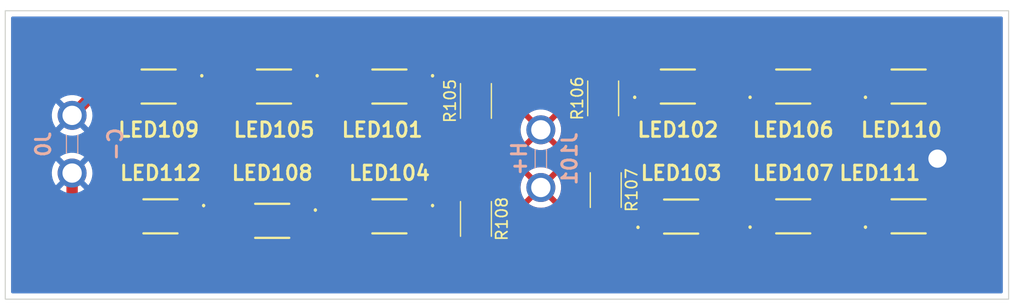
<source format=kicad_pcb>
(kicad_pcb (version 20211014) (generator pcbnew)
  (layers (0 "F.Cu" signal) (31 "B.Cu" signal) (34 "B.Paste" user) (35 "F.Paste" user) (36 "B.SilkS" user "B.Silkscreen") (37 "F.SilkS" user "F.Silkscreen") (38 "B.Mask" user) (39 "F.Mask" user) (44 "Edge.Cuts" user))
  (net 0 "")
  (net 1 "GNDPWR")
  (net 2 "/HiBeam")
  (net 5 "Net-(LED101-Pad3)")
  (net 6 "Net-(LED101-Pad4)")
  (net 9 "Net-(LED102-Pad3)")
  (net 12 "Net-(LED103-Pad3)")
  (net 13 "Net-(LED103-Pad4)")
  (net 16 "Net-(LED104-Pad3)")
  (net 17 "Net-(LED104-Pad4)")
  (net 19 "Net-(LED105-Pad3)")
  (net 21 "Net-(LED106-Pad3)")
  (net 23 "Net-(LED107-Pad3)")
  (net 25 "Net-(LED108-Pad3)")
  (net 35 "Net-(R106-Pad2)")
  (footprint "HiPowerLEDS:158563450" (layer "F.Cu") (at 110.49 63.5 180)
    (fp_text reference "LED105" (at 0 -3.81) (layer "F.SilkS") (effects (font (size 1.27 1.27) (thickness 0.254))))
    (fp_text value "158563450" hide)
    (fp_line (start -3.8 0.9) (end -3.8 0.9) (layer "F.SilkS") (width 0.2))
    (fp_line (start -3.8 1) (end -3.8 1) (layer "F.SilkS") (width 0.2))
    (fp_line (start -1.5 -1.5) (end 1.5 -1.5) (layer "F.SilkS") (width 0.2))
    (fp_line (start -1.5 1.5) (end 1.5 1.5) (layer "F.SilkS") (width 0.2))
    (fp_arc (start -3.8 1) (mid -3.85 0.95) (end -3.8 0.9) (layer "F.SilkS") (width 0.2))
    (fp_arc (start -3.8 0.9) (mid -3.75 0.95) (end -3.8 1) (layer "F.SilkS") (width 0.2))
    (pad "1" smd rect locked (at -2.7 0.875 270) (size 1.25 1.3) (layers "F.Cu" "F.Paste" "F.Mask"))
    (pad "2" smd rect locked (at 2.7 0.875 270) (size 1.25 1.3) (layers "F.Cu" "F.Paste" "F.Mask"))
    (pad "3" smd rect locked (at 2.7 -0.875 270) (size 1.25 1.3) (layers "F.Cu" "F.Paste" "F.Mask") (net 19 "Net-(LED105-Pad3)"))
    (pad "4" smd rect locked (at -2.7 -0.875 270) (size 1.25 1.3) (layers "F.Cu" "F.Paste" "F.Mask") (net 5 "Net-(LED101-Pad3)"))
    (pad "5" smd rect locked (at 0 0 270) (size 1.5 2.6) (layers "F.Cu" "F.Paste" "F.Mask"))
  )
  (footprint "Resistor_SMD:R_2010_5025Metric" (layer "F.Cu") (at 128.27 64.77 90)
    (fp_text reference "R105" (at 0 -2.28 90) (layer "F.SilkS"))
    (fp_text value "33")
    (fp_line (start -1.527064 -1.36) (end 1.527064 -1.36) (layer "F.SilkS") (width 0.12))
    (fp_line (start -1.527064 1.36) (end 1.527064 1.36) (layer "F.SilkS") (width 0.12))
    (pad "1" smd roundrect (at -2.3125 0 90) (size 1.225 2.65) (layers "F.Cu" "F.Paste" "F.Mask") (roundrect_rratio 0.204082) (net 2 "/HiBeam"))
    (pad "2" smd roundrect (at 2.3125 0 90) (size 1.225 2.65) (layers "F.Cu" "F.Paste" "F.Mask") (roundrect_rratio 0.204082) (net 6 "Net-(LED101-Pad4)"))
  )
  (footprint "HiPowerLEDS:158563450" (layer "F.Cu") (at 146.05 63.5)
    (fp_text reference "LED102" (at 0 3.81) (layer "F.SilkS") (effects (font (size 1.27 1.27) (thickness 0.254))))
    (fp_text value "158563450" hide)
    (fp_line (start -3.8 1) (end -3.8 1) (layer "F.SilkS") (width 0.2))
    (fp_line (start -3.8 0.9) (end -3.8 0.9) (layer "F.SilkS") (width 0.2))
    (fp_line (start -1.5 1.5) (end 1.5 1.5) (layer "F.SilkS") (width 0.2))
    (fp_line (start -1.5 -1.5) (end 1.5 -1.5) (layer "F.SilkS") (width 0.2))
    (fp_arc (start -3.8 1) (mid -3.85 0.95) (end -3.8 0.9) (layer "F.SilkS") (width 0.2))
    (fp_arc (start -3.8 0.9) (mid -3.75 0.95) (end -3.8 1) (layer "F.SilkS") (width 0.2))
    (pad "1" smd rect locked (at -2.7 0.875 90) (size 1.25 1.3) (layers "F.Cu" "F.Paste" "F.Mask"))
    (pad "2" smd rect locked (at 2.7 0.875 90) (size 1.25 1.3) (layers "F.Cu" "F.Paste" "F.Mask"))
    (pad "3" smd rect locked (at 2.7 -0.875 90) (size 1.25 1.3) (layers "F.Cu" "F.Paste" "F.Mask") (net 9 "Net-(LED102-Pad3)"))
    (pad "4" smd rect locked (at -2.7 -0.875 90) (size 1.25 1.3) (layers "F.Cu" "F.Paste" "F.Mask") (net 35 "Net-(R106-Pad2)"))
    (pad "5" smd rect locked (at 0 0 90) (size 1.5 2.6) (layers "F.Cu" "F.Paste" "F.Mask"))
  )
  (footprint "HiPowerLEDS:158563450" (layer "F.Cu") (at 110.33 75.325 180)
    (fp_text reference "LED108" (at 0 4.205) (layer "F.SilkS") (effects (font (size 1.27 1.27) (thickness 0.254))))
    (fp_text value "158563450" hide)
    (fp_line (start -1.5 1.5) (end 1.5 1.5) (layer "F.SilkS") (width 0.2))
    (fp_line (start -3.8 0.9) (end -3.8 0.9) (layer "F.SilkS") (width 0.2))
    (fp_line (start -3.8 1) (end -3.8 1) (layer "F.SilkS") (width 0.2))
    (fp_line (start -1.5 -1.5) (end 1.5 -1.5) (layer "F.SilkS") (width 0.2))
    (fp_arc (start -3.8 1) (mid -3.85 0.95) (end -3.8 0.9) (layer "F.SilkS") (width 0.2))
    (fp_arc (start -3.8 0.9) (mid -3.75 0.95) (end -3.8 1) (layer "F.SilkS") (width 0.2))
    (pad "1" smd rect locked (at -2.7 0.875 270) (size 1.25 1.3) (layers "F.Cu" "F.Paste" "F.Mask"))
    (pad "2" smd rect locked (at 2.7 0.875 270) (size 1.25 1.3) (layers "F.Cu" "F.Paste" "F.Mask"))
    (pad "3" smd rect locked (at 2.7 -0.875 270) (size 1.25 1.3) (layers "F.Cu" "F.Paste" "F.Mask") (net 25 "Net-(LED108-Pad3)"))
    (pad "4" smd rect locked (at -2.7 -0.875 270) (size 1.25 1.3) (layers "F.Cu" "F.Paste" "F.Mask") (net 16 "Net-(LED104-Pad3)"))
    (pad "5" smd rect locked (at 0 0 270) (size 1.5 2.6) (layers "F.Cu" "F.Paste" "F.Mask"))
  )
  (footprint "HiPowerLEDS:158563450" (layer "F.Cu") (at 120.65 74.93 180)
    (fp_text reference "LED104" (at 0 3.81) (layer "F.SilkS") (effects (font (size 1.27 1.27) (thickness 0.254))))
    (fp_text value "158563450" hide)
    (fp_line (start -1.5 1.5) (end 1.5 1.5) (layer "F.SilkS") (width 0.2))
    (fp_line (start -3.8 0.9) (end -3.8 0.9) (layer "F.SilkS") (width 0.2))
    (fp_line (start -3.8 1) (end -3.8 1) (layer "F.SilkS") (width 0.2))
    (fp_line (start -1.5 -1.5) (end 1.5 -1.5) (layer "F.SilkS") (width 0.2))
    (fp_arc (start -3.8 0.9) (mid -3.75 0.95) (end -3.8 1) (layer "F.SilkS") (width 0.2))
    (fp_arc (start -3.8 1) (mid -3.85 0.95) (end -3.8 0.9) (layer "F.SilkS") (width 0.2))
    (pad "1" smd rect locked (at -2.7 0.875 270) (size 1.25 1.3) (layers "F.Cu" "F.Paste" "F.Mask"))
    (pad "2" smd rect locked (at 2.7 0.875 270) (size 1.25 1.3) (layers "F.Cu" "F.Paste" "F.Mask"))
    (pad "3" smd rect locked (at 2.7 -0.875 270) (size 1.25 1.3) (layers "F.Cu" "F.Paste" "F.Mask") (net 16 "Net-(LED104-Pad3)"))
    (pad "4" smd rect locked (at -2.7 -0.875 270) (size 1.25 1.3) (layers "F.Cu" "F.Paste" "F.Mask") (net 17 "Net-(LED104-Pad4)"))
    (pad "5" smd rect locked (at 0 0 270) (size 1.5 2.6) (layers "F.Cu" "F.Paste" "F.Mask"))
  )
  (footprint "Resistor_SMD:R_2010_5025Metric" (layer "F.Cu") (at 128.27 75.1575 -90)
    (fp_text reference "R108" (at 0 -2.28 90) (layer "F.SilkS"))
    (fp_text value "33")
    (fp_line (start -1.527064 -1.36) (end 1.527064 -1.36) (layer "F.SilkS") (width 0.12))
    (fp_line (start -1.527064 1.36) (end 1.527064 1.36) (layer "F.SilkS") (width 0.12))
    (pad "1" smd roundrect (at -2.3125 0 270) (size 1.225 2.65) (layers "F.Cu" "F.Paste" "F.Mask") (roundrect_rratio 0.204082) (net 2 "/HiBeam"))
    (pad "2" smd roundrect (at 2.3125 0 270) (size 1.225 2.65) (layers "F.Cu" "F.Paste" "F.Mask") (roundrect_rratio 0.204082) (net 17 "Net-(LED104-Pad4)"))
  )
  (footprint "HiPowerLEDS:158563450" (layer "F.Cu") (at 166.37 74.93)
    (fp_text reference "LED111" (at -2.54 -3.81) (layer "F.SilkS") (effects (font (size 1.27 1.27) (thickness 0.254))))
    (fp_text value "158563450" hide)
    (fp_line (start -3.8 1) (end -3.8 1) (layer "F.SilkS") (width 0.2))
    (fp_line (start -1.5 -1.5) (end 1.5 -1.5) (layer "F.SilkS") (width 0.2))
    (fp_line (start -3.8 0.9) (end -3.8 0.9) (layer "F.SilkS") (width 0.2))
    (fp_line (start -1.5 1.5) (end 1.5 1.5) (layer "F.SilkS") (width 0.2))
    (fp_arc (start -3.8 0.9) (mid -3.75 0.95) (end -3.8 1) (layer "F.SilkS") (width 0.2))
    (fp_arc (start -3.8 1) (mid -3.85 0.95) (end -3.8 0.9) (layer "F.SilkS") (width 0.2))
    (pad "1" smd rect locked (at -2.7 0.875 90) (size 1.25 1.3) (layers "F.Cu" "F.Paste" "F.Mask"))
    (pad "2" smd rect locked (at 2.7 0.875 90) (size 1.25 1.3) (layers "F.Cu" "F.Paste" "F.Mask"))
    (pad "3" smd rect locked (at 2.7 -0.875 90) (size 1.25 1.3) (layers "F.Cu" "F.Paste" "F.Mask") (net 1 "GNDPWR"))
    (pad "4" smd rect locked (at -2.7 -0.875 90) (size 1.25 1.3) (layers "F.Cu" "F.Paste" "F.Mask") (net 23 "Net-(LED107-Pad3)"))
    (pad "5" smd rect locked (at 0 0 90) (size 1.5 2.6) (layers "F.Cu" "F.Paste" "F.Mask"))
  )
  (footprint "HiPowerLEDS:158563450" (layer "F.Cu") (at 156.21 63.5)
    (fp_text reference "LED106" (at 0 3.81) (layer "F.SilkS") (effects (font (size 1.27 1.27) (thickness 0.254))))
    (fp_text value "158563450" hide)
    (fp_line (start -3.8 1) (end -3.8 1) (layer "F.SilkS") (width 0.2))
    (fp_line (start -1.5 1.5) (end 1.5 1.5) (layer "F.SilkS") (width 0.2))
    (fp_line (start -3.8 0.9) (end -3.8 0.9) (layer "F.SilkS") (width 0.2))
    (fp_line (start -1.5 -1.5) (end 1.5 -1.5) (layer "F.SilkS") (width 0.2))
    (fp_arc (start -3.8 0.9) (mid -3.75 0.95) (end -3.8 1) (layer "F.SilkS") (width 0.2))
    (fp_arc (start -3.8 1) (mid -3.85 0.95) (end -3.8 0.9) (layer "F.SilkS") (width 0.2))
    (pad "1" smd rect locked (at -2.7 0.875 90) (size 1.25 1.3) (layers "F.Cu" "F.Paste" "F.Mask"))
    (pad "2" smd rect locked (at 2.7 0.875 90) (size 1.25 1.3) (layers "F.Cu" "F.Paste" "F.Mask"))
    (pad "3" smd rect locked (at 2.7 -0.875 90) (size 1.25 1.3) (layers "F.Cu" "F.Paste" "F.Mask") (net 21 "Net-(LED106-Pad3)"))
    (pad "4" smd rect locked (at -2.7 -0.875 90) (size 1.25 1.3) (layers "F.Cu" "F.Paste" "F.Mask") (net 9 "Net-(LED102-Pad3)"))
    (pad "5" smd rect locked (at 0 0 90) (size 1.5 2.6) (layers "F.Cu" "F.Paste" "F.Mask"))
  )
  (footprint "Resistor_SMD:R_2010_5025Metric" (layer "F.Cu") (at 139.4725 64.5425 90)
    (fp_text reference "R106" (at 0 -2.28 90) (layer "F.SilkS"))
    (fp_text value "33")
    (fp_line (start -1.527064 1.36) (end 1.527064 1.36) (layer "F.SilkS") (width 0.12))
    (fp_line (start -1.527064 -1.36) (end 1.527064 -1.36) (layer "F.SilkS") (width 0.12))
    (pad "1" smd roundrect (at -2.3125 0 90) (size 1.225 2.65) (layers "F.Cu" "F.Paste" "F.Mask") (roundrect_rratio 0.204082) (net 2 "/HiBeam"))
    (pad "2" smd roundrect (at 2.3125 0 90) (size 1.225 2.65) (layers "F.Cu" "F.Paste" "F.Mask") (roundrect_rratio 0.204082) (net 35 "Net-(R106-Pad2)"))
  )
  (footprint "HiPowerLEDS:158563450" (layer "F.Cu") (at 156.21 74.93)
    (fp_text reference "LED107" (at 0 -3.81) (layer "F.SilkS") (effects (font (size 1.27 1.27) (thickness 0.254))))
    (fp_text value "158563450" hide)
    (fp_line (start -3.8 1) (end -3.8 1) (layer "F.SilkS") (width 0.2))
    (fp_line (start -1.5 1.5) (end 1.5 1.5) (layer "F.SilkS") (width 0.2))
    (fp_line (start -3.8 0.9) (end -3.8 0.9) (layer "F.SilkS") (width 0.2))
    (fp_line (start -1.5 -1.5) (end 1.5 -1.5) (layer "F.SilkS") (width 0.2))
    (fp_arc (start -3.8 1) (mid -3.85 0.95) (end -3.8 0.9) (layer "F.SilkS") (width 0.2))
    (fp_arc (start -3.8 0.9) (mid -3.75 0.95) (end -3.8 1) (layer "F.SilkS") (width 0.2))
    (pad "1" smd rect locked (at -2.7 0.875 90) (size 1.25 1.3) (layers "F.Cu" "F.Paste" "F.Mask"))
    (pad "2" smd rect locked (at 2.7 0.875 90) (size 1.25 1.3) (layers "F.Cu" "F.Paste" "F.Mask"))
    (pad "3" smd rect locked (at 2.7 -0.875 90) (size 1.25 1.3) (layers "F.Cu" "F.Paste" "F.Mask") (net 23 "Net-(LED107-Pad3)"))
    (pad "4" smd rect locked (at -2.7 -0.875 90) (size 1.25 1.3) (layers "F.Cu" "F.Paste" "F.Mask") (net 12 "Net-(LED103-Pad3)"))
    (pad "5" smd rect locked (at 0 0 90) (size 1.5 2.6) (layers "F.Cu" "F.Paste" "F.Mask"))
  )
  (footprint "Resistor_SMD:R_2010_5025Metric" (layer "F.Cu") (at 139.7 72.6175 -90)
    (fp_text reference "R107" (at 0 -2.28 90) (layer "F.SilkS"))
    (fp_text value "33")
    (fp_line (start -1.527064 1.36) (end 1.527064 1.36) (layer "F.SilkS") (width 0.12))
    (fp_line (start -1.527064 -1.36) (end 1.527064 -1.36) (layer "F.SilkS") (width 0.12))
    (pad "1" smd roundrect (at -2.3125 0 270) (size 1.225 2.65) (layers "F.Cu" "F.Paste" "F.Mask") (roundrect_rratio 0.204082) (net 2 "/HiBeam"))
    (pad "2" smd roundrect (at 2.3125 0 270) (size 1.225 2.65) (layers "F.Cu" "F.Paste" "F.Mask") (roundrect_rratio 0.204082) (net 13 "Net-(LED103-Pad4)"))
  )
  (footprint "HiPowerLEDS:158563450" (layer "F.Cu") (at 146.34 74.95)
    (fp_text reference "LED103" (at 0 -3.83) (layer "F.SilkS") (effects (font (size 1.27 1.27) (thickness 0.254))))
    (fp_text value "158563450" hide)
    (fp_line (start -1.5 -1.5) (end 1.5 -1.5) (layer "F.SilkS") (width 0.2))
    (fp_line (start -1.5 1.5) (end 1.5 1.5) (layer "F.SilkS") (width 0.2))
    (fp_line (start -3.8 0.9) (end -3.8 0.9) (layer "F.SilkS") (width 0.2))
    (fp_line (start -3.8 1) (end -3.8 1) (layer "F.SilkS") (width 0.2))
    (fp_arc (start -3.8 1) (mid -3.85 0.95) (end -3.8 0.9) (layer "F.SilkS") (width 0.2))
    (fp_arc (start -3.8 0.9) (mid -3.75 0.95) (end -3.8 1) (layer "F.SilkS") (width 0.2))
    (pad "1" smd rect locked (at -2.7 0.875 90) (size 1.25 1.3) (layers "F.Cu" "F.Paste" "F.Mask"))
    (pad "2" smd rect locked (at 2.7 0.875 90) (size 1.25 1.3) (layers "F.Cu" "F.Paste" "F.Mask"))
    (pad "3" smd rect locked (at 2.7 -0.875 90) (size 1.25 1.3) (layers "F.Cu" "F.Paste" "F.Mask") (net 12 "Net-(LED103-Pad3)"))
    (pad "4" smd rect locked (at -2.7 -0.875 90) (size 1.25 1.3) (layers "F.Cu" "F.Paste" "F.Mask") (net 13 "Net-(LED103-Pad4)"))
    (pad "5" smd rect locked (at 0 0 90) (size 1.5 2.6) (layers "F.Cu" "F.Paste" "F.Mask"))
  )
  (footprint "HiPowerLEDS:158563450" (layer "F.Cu") (at 166.37 63.5)
    (fp_text reference "LED110" (at -0.635 3.81) (layer "F.SilkS") (effects (font (size 1.27 1.27) (thickness 0.254))))
    (fp_text value "158563450" hide)
    (fp_line (start -3.8 1) (end -3.8 1) (layer "F.SilkS") (width 0.2))
    (fp_line (start -1.5 -1.5) (end 1.5 -1.5) (layer "F.SilkS") (width 0.2))
    (fp_line (start -1.5 1.5) (end 1.5 1.5) (layer "F.SilkS") (width 0.2))
    (fp_line (start -3.8 0.9) (end -3.8 0.9) (layer "F.SilkS") (width 0.2))
    (fp_arc (start -3.8 1) (mid -3.85 0.95) (end -3.8 0.9) (layer "F.SilkS") (width 0.2))
    (fp_arc (start -3.8 0.9) (mid -3.75 0.95) (end -3.8 1) (layer "F.SilkS") (width 0.2))
    (pad "1" smd rect locked (at -2.7 0.875 90) (size 1.25 1.3) (layers "F.Cu" "F.Paste" "F.Mask"))
    (pad "2" smd rect locked (at 2.7 0.875 90) (size 1.25 1.3) (layers "F.Cu" "F.Paste" "F.Mask"))
    (pad "3" smd rect locked (at 2.7 -0.875 90) (size 1.25 1.3) (layers "F.Cu" "F.Paste" "F.Mask") (net 1 "GNDPWR"))
    (pad "4" smd rect locked (at -2.7 -0.875 90) (size 1.25 1.3) (layers "F.Cu" "F.Paste" "F.Mask") (net 21 "Net-(LED106-Pad3)"))
    (pad "5" smd rect locked (at 0 0 90) (size 1.5 2.6) (layers "F.Cu" "F.Paste" "F.Mask"))
  )
  (footprint "HiPowerLEDS:158563450" (layer "F.Cu") (at 100.49 74.93 180)
    (fp_text reference "LED112" (at 0 3.81) (layer "F.SilkS") (effects (font (size 1.27 1.27) (thickness 0.254))))
    (fp_text value "158563450" hide)
    (fp_line (start -1.5 -1.5) (end 1.5 -1.5) (layer "F.SilkS") (width 0.2))
    (fp_line (start -1.5 1.5) (end 1.5 1.5) (layer "F.SilkS") (width 0.2))
    (fp_line (start -3.8 1) (end -3.8 1) (layer "F.SilkS") (width 0.2))
    (fp_line (start -3.8 0.9) (end -3.8 0.9) (layer "F.SilkS") (width 0.2))
    (fp_arc (start -3.8 0.9) (mid -3.75 0.95) (end -3.8 1) (layer "F.SilkS") (width 0.2))
    (fp_arc (start -3.8 1) (mid -3.85 0.95) (end -3.8 0.9) (layer "F.SilkS") (width 0.2))
    (pad "1" smd rect locked (at -2.7 0.875 270) (size 1.25 1.3) (layers "F.Cu" "F.Paste" "F.Mask"))
    (pad "2" smd rect locked (at 2.7 0.875 270) (size 1.25 1.3) (layers "F.Cu" "F.Paste" "F.Mask"))
    (pad "3" smd rect locked (at 2.7 -0.875 270) (size 1.25 1.3) (layers "F.Cu" "F.Paste" "F.Mask") (net 1 "GNDPWR"))
    (pad "4" smd rect locked (at -2.7 -0.875 270) (size 1.25 1.3) (layers "F.Cu" "F.Paste" "F.Mask") (net 25 "Net-(LED108-Pad3)"))
    (pad "5" smd rect locked (at 0 0 270) (size 1.5 2.6) (layers "F.Cu" "F.Paste" "F.Mask"))
  )
  (footprint "HiPowerLEDS:158563450" (layer "F.Cu") (at 120.65 63.5 180)
    (fp_text reference "LED101" (at 0.635 -3.81) (layer "F.SilkS") (effects (font (size 1.27 1.27) (thickness 0.254))))
    (fp_text value "158563450" hide)
    (fp_line (start -3.8 1) (end -3.8 1) (layer "F.SilkS") (width 0.2))
    (fp_line (start -3.8 0.9) (end -3.8 0.9) (layer "F.SilkS") (width 0.2))
    (fp_line (start -1.5 1.5) (end 1.5 1.5) (layer "F.SilkS") (width 0.2))
    (fp_line (start -1.5 -1.5) (end 1.5 -1.5) (layer "F.SilkS") (width 0.2))
    (fp_arc (start -3.8 0.9) (mid -3.75 0.95) (end -3.8 1) (layer "F.SilkS") (width 0.2))
    (fp_arc (start -3.8 1) (mid -3.85 0.95) (end -3.8 0.9) (layer "F.SilkS") (width 0.2))
    (pad "1" smd rect locked (at -2.7 0.875 270) (size 1.25 1.3) (layers "F.Cu" "F.Paste" "F.Mask"))
    (pad "2" smd rect locked (at 2.7 0.875 270) (size 1.25 1.3) (layers "F.Cu" "F.Paste" "F.Mask"))
    (pad "3" smd rect locked (at 2.7 -0.875 270) (size 1.25 1.3) (layers "F.Cu" "F.Paste" "F.Mask") (net 5 "Net-(LED101-Pad3)"))
    (pad "4" smd rect locked (at -2.7 -0.875 270) (size 1.25 1.3) (layers "F.Cu" "F.Paste" "F.Mask") (net 6 "Net-(LED101-Pad4)"))
    (pad "5" smd rect locked (at 0 0 270) (size 1.5 2.6) (layers "F.Cu" "F.Paste" "F.Mask"))
  )
  (footprint "HiPowerLEDS:158563450" (layer "F.Cu") (at 100.33 63.5 180)
    (fp_text reference "LED109" (at 0 -3.81) (layer "F.SilkS") (effects (font (size 1.27 1.27) (thickness 0.254))))
    (fp_text value "158563450" hide)
    (fp_line (start -1.5 1.5) (end 1.5 1.5) (layer "F.SilkS") (width 0.2))
    (fp_line (start -1.5 -1.5) (end 1.5 -1.5) (layer "F.SilkS") (width 0.2))
    (fp_line (start -3.8 1) (end -3.8 1) (layer "F.SilkS") (width 0.2))
    (fp_line (start -3.8 0.9) (end -3.8 0.9) (layer "F.SilkS") (width 0.2))
    (fp_arc (start -3.8 0.9) (mid -3.75 0.95) (end -3.8 1) (layer "F.SilkS") (width 0.2))
    (fp_arc (start -3.8 1) (mid -3.85 0.95) (end -3.8 0.9) (layer "F.SilkS") (width 0.2))
    (pad "1" smd rect locked (at -2.7 0.875 270) (size 1.25 1.3) (layers "F.Cu" "F.Paste" "F.Mask"))
    (pad "2" smd rect locked (at 2.7 0.875 270) (size 1.25 1.3) (layers "F.Cu" "F.Paste" "F.Mask"))
    (pad "3" smd rect locked (at 2.7 -0.875 270) (size 1.25 1.3) (layers "F.Cu" "F.Paste" "F.Mask") (net 1 "GNDPWR"))
    (pad "4" smd rect locked (at -2.7 -0.875 270) (size 1.25 1.3) (layers "F.Cu" "F.Paste" "F.Mask") (net 19 "Net-(LED105-Pad3)"))
    (pad "5" smd rect locked (at 0 0 270) (size 1.5 2.6) (layers "F.Cu" "F.Paste" "F.Mask"))
  )
  (footprint "SpadeLugs:197054303" (layer "B.Cu") (at 133.985 72.39 90)
    (fp_text reference "J101" (at 2.54 2.54 90) (layer "B.SilkS") (effects (font (size 1.27 1.27) (thickness 0.254)) (justify mirror)))
    (fp_text value "H+" (at 2.54 -1.905 90) (layer "B.SilkS") (effects (font (size 1.27 1.27) (thickness 0.254)) (justify mirror)))
    (fp_line (start 1.74 -0.5) (end 3.34 -0.5) (layer "B.SilkS") (width 0.1))
    (fp_line (start 1.74 0.5) (end 3.34 0.5) (layer "B.SilkS") (width 0.1))
    (pad "1" thru_hole circle locked (at 0 0 90) (size 2.55 2.55) (drill 1.7) (layers *.Cu *.Mask) (net 2 "/HiBeam"))
    (pad "2" thru_hole circle locked (at 5.08 0 90) (size 2.55 2.55) (drill 1.7) (layers *.Cu *.Mask) (net 2 "/HiBeam"))
  )
  (footprint "SpadeLugs:197054303" (layer "B.Cu") (at 92.71 71.12 90)
    (fp_text reference "J0" (at 2.54 -2.54 90) (layer "B.SilkS") (effects (font (size 1.27 1.27) (thickness 0.254)) (justify mirror)))
    (fp_text value "C-" (at 2.54 3.81 90) (layer "B.SilkS") (effects (font (size 1.27 1.27) (thickness 0.254)) (justify mirror)))
    (fp_line (start 1.74 0.5) (end 3.34 0.5) (layer "B.SilkS") (width 0.1))
    (fp_line (start 1.74 -0.5) (end 3.34 -0.5) (layer "B.SilkS") (width 0.1))
    (pad "1" thru_hole circle locked (at 0 0 90) (size 2.55 2.55) (drill 1.7) (layers *.Cu *.Mask) (net 1 "GNDPWR"))
    (pad "2" thru_hole circle locked (at 5.08 0 90) (size 2.55 2.55) (drill 1.7) (layers *.Cu *.Mask) (net 1 "GNDPWR"))
  )
  (gr_rect (start 86.825 56.825) (end 175.175 82.225) (layer "Edge.Cuts") (width 0.1) (fill none))
  (segment (start 171 69.665) (end 171 72.84) (width 1) (layer "F.Cu") (net 1))
  (segment (start 97.79 75.805) (end 94.22 75.805) (width 1) (layer "F.Cu") (net 1))
  (segment (start 92.71 74.295) (end 92.71 71.12) (width 1) (layer "F.Cu") (net 1))
  (segment (start 171 63.05) (end 171 69.665) (width 1) (layer "F.Cu") (net 1))
  (segment (start 169.095 69.665) (end 168.91 69.85) (width 1) (layer "F.Cu") (net 1))
  (segment (start 97.63 64.375) (end 94.375 64.375) (width 1) (layer "F.Cu") (net 1))
  (segment (start 169.07 63.025) (end 169.095 63.05) (width 1) (layer "F.Cu") (net 1))
  (segment (start 94.375 64.375) (end 92.71 66.04) (width 1) (layer "F.Cu") (net 1))
  (segment (start 94.22 75.805) (end 92.71 74.295) (width 1) (layer "F.Cu") (net 1))
  (segment (start 171 72.84) (end 169.785 74.055) (width 1) (layer "F.Cu") (net 1))
  (segment (start 169.785 74.055) (end 169.07 74.055) (width 1) (layer "F.Cu") (net 1))
  (segment (start 169.07 62.625) (end 169.07 63.025) (width 1) (layer "F.Cu") (net 1))
  (segment (start 171 69.665) (end 169.095 69.665) (width 1) (layer "F.Cu") (net 1))
  (segment (start 169.095 63.05) (end 171 63.05) (width 1) (layer "F.Cu") (net 1))
  (via (at 168.91 69.85) (size 3.2) (drill 1.6) (layers "F.Cu" "B.Cu") (net 1))
  (segment (start 139.7 67.0825) (end 139.4725 66.855) (width 1) (layer "F.Cu") (net 2))
  (segment (start 113.19 64.375) (end 117.95 64.375) (width 1) (layer "F.Cu") (net 5))
  (segment (start 123.35 64.375) (end 126.3525 64.375) (width 1) (layer "F.Cu") (net 6))
  (segment (start 126.3525 64.375) (end 128.27 62.4575) (width 1) (layer "F.Cu") (net 6))
  (segment (start 153.51 62.625) (end 148.75 62.625) (width 1) (layer "F.Cu") (net 9))
  (segment (start 153.51 74.055) (end 149.06 74.055) (width 1) (layer "F.Cu") (net 12))
  (segment (start 149.06 74.055) (end 149.04 74.075) (width 1) (layer "F.Cu") (net 12))
  (segment (start 143.64 74.075) (end 140.555 74.075) (width 1) (layer "F.Cu") (net 13))
  (segment (start 140.555 74.075) (end 139.7 74.93) (width 1) (layer "F.Cu") (net 13))
  (segment (start 117.555 76.2) (end 117.95 75.805) (width 1) (layer "F.Cu") (net 16))
  (segment (start 113.03 76.2) (end 117.555 76.2) (width 1) (layer "F.Cu") (net 16))
  (segment (start 123.35 75.805) (end 126.605 75.805) (width 1) (layer "F.Cu") (net 17))
  (segment (start 126.605 75.805) (end 128.27 77.47) (width 1) (layer "F.Cu") (net 17))
  (segment (start 103.03 64.375) (end 107.79 64.375) (width 1) (layer "F.Cu") (net 19))
  (segment (start 163.67 62.625) (end 158.91 62.625) (width 1) (layer "F.Cu") (net 21))
  (segment (start 163.67 74.055) (end 158.91 74.055) (width 1) (layer "F.Cu") (net 23))
  (segment (start 103.19 75.805) (end 107.235 75.805) (width 1) (layer "F.Cu") (net 25))
  (segment (start 107.235 75.805) (end 107.63 76.2) (width 1) (layer "F.Cu") (net 25))
  (segment (start 143.35 62.625) (end 139.8675 62.625) (width 1) (layer "F.Cu") (net 35))
  (segment (start 139.8675 62.625) (end 139.4725 62.23) (width 1) (layer "F.Cu") (net 35))
  (zone (net 2) (net_name "/HiBeam") (layer "F.Cu") (connect_pads (clearance 0.508)) (min_thickness 0.254) (fill yes (thermal_gap 0.508) (thermal_bridge_width 0.508))
    (polygon (pts (xy 141.605 75.565) (xy 125.73 75.1575) (xy 125.73 65.405) (xy 141.605 65.405)))
  )
  (zone (net 1) (net_name "GNDPWR") (layer "B.Cu") (connect_pads (clearance 0.508)) (min_thickness 0.254) (fill yes (thermal_gap 0.508) (thermal_bridge_width 0.508))
    (polygon (pts (xy 176.53 82.55) (xy 86.36 82.55) (xy 86.36 55.88) (xy 176.53 55.88)))
  )
)
</source>
